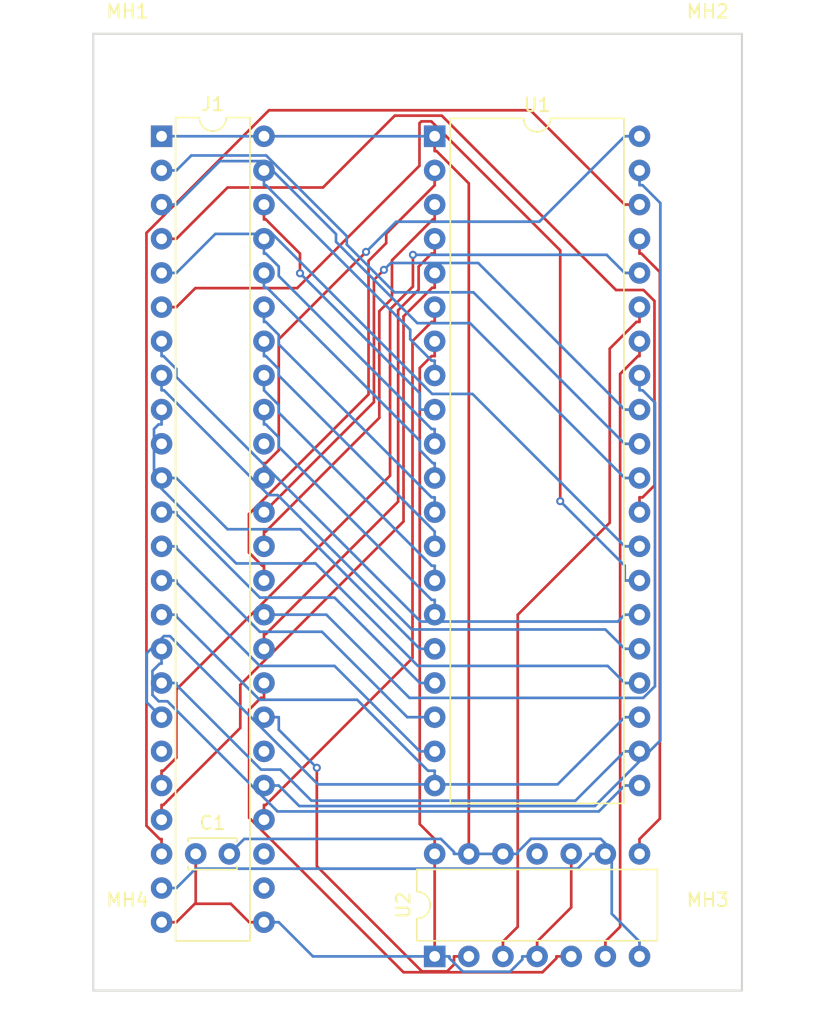
<source format=kicad_pcb>
(kicad_pcb (version 20211014) (generator pcbnew)
  (layers (0 "F.Cu" signal) (31 "B.Cu" signal) (34 "B.Paste" user) (35 "F.Paste" user) (36 "B.SilkS" user "B.Silkscreen") (37 "F.SilkS" user "F.Silkscreen") (38 "B.Mask" user) (39 "F.Mask" user) (44 "Edge.Cuts" user))
  (net 0 "")
  (net 1 "VCC")
  (net 2 "GND")
  (net 3 "/P53")
  (net 4 "Net-(J1-Pad30)")
  (net 5 "/P26")
  (net 6 "Net-(J1-Pad27)")
  (net 7 "/P27")
  (net 8 "/P47")
  (net 9 "/P46")
  (net 10 "Net-(J1-Pad26)")
  (net 11 "Net-(J1-Pad19)")
  (net 12 "/P25")
  (net 13 "/P24")
  (net 14 "/P23")
  (net 15 "/P22")
  (net 16 "/P21")
  (net 17 "/P20")
  (net 18 "/P34")
  (net 19 "Net-(J1-Pad10)")
  (net 20 "/P35")
  (net 21 "/P17")
  (net 22 "/P36")
  (net 23 "/P16")
  (net 24 "Net-(J1-Pad39)")
  (net 25 "/P15")
  (net 26 "/P40")
  (net 27 "/P14")
  (net 28 "/P41")
  (net 29 "/P13")
  (net 30 "/P42")
  (net 31 "/P12")
  (net 32 "/P11")
  (net 33 "/P44")
  (net 34 "/P10")
  (net 35 "/P45")
  (net 36 "Net-(U2-Pad11)")
  (net 37 "/P33")
  (net 38 "/P32")
  (net 39 "/P31")
  (net 40 "/P30")
  (net 41 "/P51")
  (net 42 "/P55")
  (net 43 "/P43")
  (net 44 "/P37")
  (net 45 "/P52")
  (net 46 "/P54")
  (net 47 "/P50")
  (net 48 "Net-(U1-Pad34)")
  (net 49 "Net-(U1-Pad35)")
  (net 50 "Net-(U1-Pad37)")
  (footprint "MountingHole:MountingHole_3.2mm_M3" (layer "F.Cu") (at 101 70)
    (fp_text reference "MH1" (at 0 -4.2) (layer "F.SilkS"))
    (fp_text value "MountingHole_3.2mm_M3")
    (pad "" np_thru_hole circle locked (at 0 0) (size 3.2 3.2) (drill 3.2) (layers *.Cu *.Mask))
  )
  (footprint "MountingHole:MountingHole_3.2mm_M3" (layer "F.Cu") (at 144.18 70)
    (fp_text reference "MH2" (at 0 -4.2) (layer "F.SilkS"))
    (fp_text value "MountingHole_3.2mm_M3")
    (pad "" np_thru_hole circle locked (at 0 0) (size 3.2 3.2) (drill 3.2) (layers *.Cu *.Mask))
  )
  (footprint "MountingHole:MountingHole_3.2mm_M3" (layer "F.Cu") (at 144.18 136.04)
    (fp_text reference "MH3" (at 0 -4.2) (layer "F.SilkS"))
    (fp_text value "MountingHole_3.2mm_M3")
    (pad "" np_thru_hole circle locked (at 0 0) (size 3.2 3.2) (drill 3.2) (layers *.Cu *.Mask))
  )
  (footprint "MountingHole:MountingHole_3.2mm_M3" (layer "F.Cu") (at 101 136.04)
    (fp_text reference "MH4" (at 0 -4.2) (layer "F.SilkS"))
    (fp_text value "MountingHole_3.2mm_M3")
    (pad "" np_thru_hole circle locked (at 0 0) (size 3.2 3.2) (drill 3.2) (layers *.Cu *.Mask))
  )
  (footprint "Package_DIP:DIP-14_W7.62mm" (layer "F.Cu") (at 123.86 136.04 90)
    (fp_text reference "U2" (at 3.81 -2.33 90) (layer "F.SilkS"))
    (fp_text value "74HCT126")
    (fp_line (start 2.81 -1.33) (end 1.16 -1.33) (layer "F.SilkS") (width 0.12))
    (fp_line (start 6.46 16.57) (end 6.46 -1.33) (layer "F.SilkS") (width 0.12))
    (fp_line (start 6.46 -1.33) (end 4.81 -1.33) (layer "F.SilkS") (width 0.12))
    (fp_line (start 1.16 -1.33) (end 1.16 16.57) (layer "F.SilkS") (width 0.12))
    (fp_line (start 1.16 16.57) (end 6.46 16.57) (layer "F.SilkS") (width 0.12))
    (fp_arc (start 4.81 -1.33) (mid 3.81 -0.33) (end 2.81 -1.33) (layer "F.SilkS") (width 0.12))
    (pad "1" thru_hole rect locked (at 0 0 90) (size 1.6 1.6) (drill 0.8) (layers *.Cu *.Mask) (net 1 "VCC"))
    (pad "2" thru_hole oval locked (at 0 2.54 90) (size 1.6 1.6) (drill 0.8) (layers *.Cu *.Mask) (net 8 "/P47"))
    (pad "3" thru_hole oval locked (at 0 5.08 90) (size 1.6 1.6) (drill 0.8) (layers *.Cu *.Mask) (net 49 "Net-(U1-Pad35)"))
    (pad "4" thru_hole oval locked (at 0 7.62 90) (size 1.6 1.6) (drill 0.8) (layers *.Cu *.Mask) (net 1 "VCC"))
    (pad "5" thru_hole oval locked (at 0 10.16 90) (size 1.6 1.6) (drill 0.8) (layers *.Cu *.Mask) (net 9 "/P46"))
    (pad "6" thru_hole oval locked (at 0 12.7 90) (size 1.6 1.6) (drill 0.8) (layers *.Cu *.Mask) (net 48 "Net-(U1-Pad34)"))
    (pad "7" thru_hole oval locked (at 0 15.24 90) (size 1.6 1.6) (drill 0.8) (layers *.Cu *.Mask) (net 2 "GND"))
    (pad "8" thru_hole oval locked (at 7.62 15.24 90) (size 1.6 1.6) (drill 0.8) (layers *.Cu *.Mask) (net 50 "Net-(U1-Pad37)"))
    (pad "9" thru_hole oval locked (at 7.62 12.7 90) (size 1.6 1.6) (drill 0.8) (layers *.Cu *.Mask) (net 3 "/P53"))
    (pad "10" thru_hole oval locked (at 7.62 10.16 90) (size 1.6 1.6) (drill 0.8) (layers *.Cu *.Mask) (net 1 "VCC"))
    (pad "11" thru_hole oval locked (at 7.62 7.62 90) (size 1.6 1.6) (drill 0.8) (layers *.Cu *.Mask) (net 36 "Net-(U2-Pad11)"))
    (pad "12" thru_hole oval locked (at 7.62 5.08 90) (size 1.6 1.6) (drill 0.8) (layers *.Cu *.Mask) (net 2 "GND"))
    (pad "13" thru_hole oval locked (at 7.62 2.54 90) (size 1.6 1.6) (drill 0.8) (layers *.Cu *.Mask) (net 2 "GND"))
    (pad "14" thru_hole oval locked (at 7.62 0 90) (size 1.6 1.6) (drill 0.8) (layers *.Cu *.Mask) (net 1 "VCC"))
  )
  (footprint "Capacitor_THT:C_Disc_D3.4mm_W2.1mm_P2.50mm" (layer "F.Cu") (at 106.08 128.42)
    (fp_text reference "C1" (at 1.25 -2.3) (layer "F.SilkS"))
    (fp_text value "0.1u")
    (fp_line (start 3.07 0.925) (end 3.07 1.17) (layer "F.SilkS") (width 0.12))
    (fp_line (start -0.57 0.925) (end -0.57 1.17) (layer "F.SilkS") (width 0.12))
    (fp_line (start -0.57 1.17) (end 3.07 1.17) (layer "F.SilkS") (width 0.12))
    (fp_line (start -0.57 -1.17) (end 3.07 -1.17) (layer "F.SilkS") (width 0.12))
    (fp_line (start 3.07 -1.17) (end 3.07 -0.925) (layer "F.SilkS") (width 0.12))
    (fp_line (start -0.57 -1.17) (end -0.57 -0.925) (layer "F.SilkS") (width 0.12))
    (pad "1" thru_hole circle locked (at 0 0) (size 1.6 1.6) (drill 0.8) (layers *.Cu *.Mask) (net 1 "VCC"))
    (pad "2" thru_hole circle locked (at 2.5 0) (size 1.6 1.6) (drill 0.8) (layers *.Cu *.Mask) (net 2 "GND"))
  )
  (footprint "0-LocalLibrary:DIP-48_W7.62mm" (layer "F.Cu") (at 103.54 75.08)
    (fp_text reference "J1" (at 3.81 -2.39) (layer "F.SilkS"))
    (fp_text value "BionicConnector")
    (fp_line (start 6.58 39.49) (end 6.58 -1.39) (layer "F.SilkS") (width 0.12))
    (fp_line (start 1.04 59.81) (end 6.58 59.81) (layer "F.SilkS") (width 0.12))
    (fp_line (start 6.58 -1.39) (end 4.81 -1.39) (layer "F.SilkS") (width 0.12))
    (fp_line (start 6.58 59.81) (end 6.58 18.93) (layer "F.SilkS") (width 0.12))
    (fp_line (start 1.04 -1.39) (end 1.04 39.49) (layer "F.SilkS") (width 0.12))
    (fp_line (start 1.04 18.93) (end 1.04 59.81) (layer "F.SilkS") (width 0.12))
    (fp_line (start 2.81 -1.39) (end 1.04 -1.39) (layer "F.SilkS") (width 0.12))
    (fp_arc (start 4.81 -1.39) (mid 3.81 -0.39) (end 2.81 -1.39) (layer "F.SilkS") (width 0.12))
    (pad "1" thru_hole rect locked (at 0 0) (size 1.6 1.6) (drill 0.8) (layers *.Cu *.Mask) (net 2 "GND"))
    (pad "2" thru_hole oval locked (at 0 2.54) (size 1.6 1.6) (drill 0.8) (layers *.Cu *.Mask) (net 34 "/P10"))
    (pad "3" thru_hole oval locked (at 0 5.08) (size 1.6 1.6) (drill 0.8) (layers *.Cu *.Mask) (net 32 "/P11"))
    (pad "4" thru_hole oval locked (at 0 7.62) (size 1.6 1.6) (drill 0.8) (layers *.Cu *.Mask) (net 31 "/P12"))
    (pad "5" thru_hole oval locked (at 0 10.16) (size 1.6 1.6) (drill 0.8) (layers *.Cu *.Mask) (net 29 "/P13"))
    (pad "6" thru_hole oval locked (at 0 12.7) (size 1.6 1.6) (drill 0.8) (layers *.Cu *.Mask) (net 27 "/P14"))
    (pad "7" thru_hole oval locked (at 0 15.24) (size 1.6 1.6) (drill 0.8) (layers *.Cu *.Mask) (net 25 "/P15"))
    (pad "8" thru_hole oval locked (at 0 17.78) (size 1.6 1.6) (drill 0.8) (layers *.Cu *.Mask) (net 23 "/P16"))
    (pad "9" thru_hole oval locked (at 0 20.32) (size 1.6 1.6) (drill 0.8) (layers *.Cu *.Mask) (net 21 "/P17"))
    (pad "10" thru_hole oval locked (at 0 22.86) (size 1.6 1.6) (drill 0.8) (layers *.Cu *.Mask) (net 19 "Net-(J1-Pad10)"))
    (pad "11" thru_hole oval locked (at 0 25.4) (size 1.6 1.6) (drill 0.8) (layers *.Cu *.Mask) (net 40 "/P30"))
    (pad "12" thru_hole oval locked (at 0 27.94) (size 1.6 1.6) (drill 0.8) (layers *.Cu *.Mask) (net 39 "/P31"))
    (pad "13" thru_hole oval locked (at 0 30.48) (size 1.6 1.6) (drill 0.8) (layers *.Cu *.Mask) (net 38 "/P32"))
    (pad "14" thru_hole oval locked (at 0 33.02) (size 1.6 1.6) (drill 0.8) (layers *.Cu *.Mask) (net 37 "/P33"))
    (pad "15" thru_hole oval locked (at 0 35.56) (size 1.6 1.6) (drill 0.8) (layers *.Cu *.Mask) (net 18 "/P34"))
    (pad "16" thru_hole oval locked (at 0 38.1) (size 1.6 1.6) (drill 0.8) (layers *.Cu *.Mask) (net 20 "/P35"))
    (pad "17" thru_hole oval locked (at 0 40.64) (size 1.6 1.6) (drill 0.8) (layers *.Cu *.Mask) (net 22 "/P36"))
    (pad "18" thru_hole oval locked (at 0 43.18) (size 1.6 1.6) (drill 0.8) (layers *.Cu *.Mask) (net 44 "/P37"))
    (pad "19" thru_hole oval locked (at 0 45.72) (size 1.6 1.6) (drill 0.8) (layers *.Cu *.Mask) (net 11 "Net-(J1-Pad19)"))
    (pad "20" thru_hole oval locked (at 0 48.26) (size 1.6 1.6) (drill 0.8) (layers *.Cu *.Mask) (net 47 "/P50"))
    (pad "21" thru_hole oval locked (at 0 50.8) (size 1.6 1.6) (drill 0.8) (layers *.Cu *.Mask) (net 41 "/P51"))
    (pad "22" thru_hole oval locked (at 0 53.34) (size 1.6 1.6) (drill 0.8) (layers *.Cu *.Mask) (net 45 "/P52"))
    (pad "23" thru_hole oval locked (at 0 55.88) (size 1.6 1.6) (drill 0.8) (layers *.Cu *.Mask) (net 3 "/P53"))
    (pad "24" thru_hole oval locked (at 0 58.42) (size 1.6 1.6) (drill 0.8) (layers *.Cu *.Mask) (net 1 "VCC"))
    (pad "25" thru_hole oval locked (at 7.62 58.42) (size 1.6 1.6) (drill 0.8) (layers *.Cu *.Mask) (net 1 "VCC"))
    (pad "26" thru_hole oval locked (at 7.62 55.88) (size 1.6 1.6) (drill 0.8) (layers *.Cu *.Mask) (net 10 "Net-(J1-Pad26)"))
    (pad "27" thru_hole oval locked (at 7.62 53.34) (size 1.6 1.6) (drill 0.8) (layers *.Cu *.Mask) (net 6 "Net-(J1-Pad27)"))
    (pad "28" thru_hole oval locked (at 7.62 50.8) (size 1.6 1.6) (drill 0.8) (layers *.Cu *.Mask) (net 42 "/P55"))
    (pad "29" thru_hole oval locked (at 7.62 48.26) (size 1.6 1.6) (drill 0.8) (layers *.Cu *.Mask) (net 46 "/P54"))
    (pad "30" thru_hole oval locked (at 7.62 45.72) (size 1.6 1.6) (drill 0.8) (layers *.Cu *.Mask) (net 4 "Net-(J1-Pad30)"))
    (pad "31" thru_hole oval locked (at 7.62 43.18) (size 1.6 1.6) (drill 0.8) (layers *.Cu *.Mask) (net 8 "/P47"))
    (pad "32" thru_hole oval locked (at 7.62 40.64) (size 1.6 1.6) (drill 0.8) (layers *.Cu *.Mask) (net 9 "/P46"))
    (pad "33" thru_hole oval locked (at 7.62 38.1) (size 1.6 1.6) (drill 0.8) (layers *.Cu *.Mask) (net 35 "/P45"))
    (pad "34" thru_hole oval locked (at 7.62 35.56) (size 1.6 1.6) (drill 0.8) (layers *.Cu *.Mask) (net 33 "/P44"))
    (pad "35" thru_hole oval locked (at 7.62 33.02) (size 1.6 1.6) (drill 0.8) (layers *.Cu *.Mask) (net 43 "/P43"))
    (pad "36" thru_hole oval locked (at 7.62 30.48) (size 1.6 1.6) (drill 0.8) (layers *.Cu *.Mask) (net 30 "/P42"))
    (pad "37" thru_hole oval locked (at 7.62 27.94) (size 1.6 1.6) (drill 0.8) (layers *.Cu *.Mask) (net 28 "/P41"))
    (pad "38" thru_hole oval locked (at 7.62 25.4) (size 1.6 1.6) (drill 0.8) (layers *.Cu *.Mask) (net 26 "/P40"))
    (pad "39" thru_hole oval locked (at 7.62 22.86) (size 1.6 1.6) (drill 0.8) (layers *.Cu *.Mask) (net 24 "Net-(J1-Pad39)"))
    (pad "40" thru_hole oval locked (at 7.62 20.32) (size 1.6 1.6) (drill 0.8) (layers *.Cu *.Mask) (net 7 "/P27"))
    (pad "41" thru_hole oval locked (at 7.62 17.78) (size 1.6 1.6) (drill 0.8) (layers *.Cu *.Mask) (net 5 "/P26"))
    (pad "42" thru_hole oval locked (at 7.62 15.24) (size 1.6 1.6) (drill 0.8) (layers *.Cu *.Mask) (net 12 "/P25"))
    (pad "43" thru_hole oval locked (at 7.62 12.7) (size 1.6 1.6) (drill 0.8) (layers *.Cu *.Mask) (net 13 "/P24"))
    (pad "44" thru_hole oval locked (at 7.62 10.16) (size 1.6 1.6) (drill 0.8) (layers *.Cu *.Mask) (net 14 "/P23"))
    (pad "45" thru_hole oval locked (at 7.62 7.62) (size 1.6 1.6) (drill 0.8) (layers *.Cu *.Mask) (net 15 "/P22"))
    (pad "46" thru_hole oval locked (at 7.62 5.08) (size 1.6 1.6) (drill 0.8) (layers *.Cu *.Mask) (net 16 "/P21"))
    (pad "47" thru_hole oval locked (at 7.62 2.54) (size 1.6 1.6) (drill 0.8) (layers *.Cu *.Mask) (net 17 "/P20"))
    (pad "48" thru_hole oval locked (at 7.62 0) (size 1.6 1.6) (drill 0.8) (layers *.Cu *.Mask) (net 2 "GND"))
  )
  (footprint "Package_DIP:DIP-40_W15.24mm" (layer "F.Cu") (at 123.86 75.08)
    (fp_text reference "U1" (at 7.62 -2.33) (layer "F.SilkS"))
    (fp_text value "MC6809EP")
    (fp_line (start 14.08 -1.33) (end 8.62 -1.33) (layer "F.SilkS") (width 0.12))
    (fp_line (start 1.16 -1.33) (end 1.16 49.59) (layer "F.SilkS") (width 0.12))
    (fp_line (start 1.16 49.59) (end 14.08 49.59) (layer "F.SilkS") (width 0.12))
    (fp_line (start 6.62 -1.33) (end 1.16 -1.33) (layer "F.SilkS") (width 0.12))
    (fp_line (start 14.08 49.59) (end 14.08 -1.33) (layer "F.SilkS") (width 0.12))
    (fp_arc (start 8.62 -1.33) (mid 7.62 -0.33) (end 6.62 -1.33) (layer "F.SilkS") (width 0.12))
    (pad "1" thru_hole rect locked (at 0 0) (size 1.6 1.6) (drill 0.8) (layers *.Cu *.Mask) (net 2 "GND"))
    (pad "2" thru_hole oval locked (at 0 2.54) (size 1.6 1.6) (drill 0.8) (layers *.Cu *.Mask) (net 43 "/P43"))
    (pad "3" thru_hole oval locked (at 0 5.08) (size 1.6 1.6) (drill 0.8) (layers *.Cu *.Mask) (net 30 "/P42"))
    (pad "4" thru_hole oval locked (at 0 7.62) (size 1.6 1.6) (drill 0.8) (layers *.Cu *.Mask) (net 35 "/P45"))
    (pad "5" thru_hole oval locked (at 0 10.16) (size 1.6 1.6) (drill 0.8) (layers *.Cu *.Mask) (net 41 "/P51"))
    (pad "6" thru_hole oval locked (at 0 12.7) (size 1.6 1.6) (drill 0.8) (layers *.Cu *.Mask) (net 42 "/P55"))
    (pad "7" thru_hole oval locked (at 0 15.24) (size 1.6 1.6) (drill 0.8) (layers *.Cu *.Mask) (net 1 "VCC"))
    (pad "8" thru_hole oval locked (at 0 17.78) (size 1.6 1.6) (drill 0.8) (layers *.Cu *.Mask) (net 17 "/P20"))
    (pad "9" thru_hole oval locked (at 0 20.32) (size 1.6 1.6) (drill 0.8) (layers *.Cu *.Mask) (net 16 "/P21"))
    (pad "10" thru_hole oval locked (at 0 22.86) (size 1.6 1.6) (drill 0.8) (layers *.Cu *.Mask) (net 15 "/P22"))
    (pad "11" thru_hole oval locked (at 0 25.4) (size 1.6 1.6) (drill 0.8) (layers *.Cu *.Mask) (net 14 "/P23"))
    (pad "12" thru_hole oval locked (at 0 27.94) (size 1.6 1.6) (drill 0.8) (layers *.Cu *.Mask) (net 13 "/P24"))
    (pad "13" thru_hole oval locked (at 0 30.48) (size 1.6 1.6) (drill 0.8) (layers *.Cu *.Mask) (net 12 "/P25"))
    (pad "14" thru_hole oval locked (at 0 33.02) (size 1.6 1.6) (drill 0.8) (layers *.Cu *.Mask) (net 5 "/P26"))
    (pad "15" thru_hole oval locked (at 0 35.56) (size 1.6 1.6) (drill 0.8) (layers *.Cu *.Mask) (net 7 "/P27"))
    (pad "16" thru_hole oval locked (at 0 38.1) (size 1.6 1.6) (drill 0.8) (layers *.Cu *.Mask) (net 40 "/P30"))
    (pad "17" thru_hole oval locked (at 0 40.64) (size 1.6 1.6) (drill 0.8) (layers *.Cu *.Mask) (net 39 "/P31"))
    (pad "18" thru_hole oval locked (at 0 43.18) (size 1.6 1.6) (drill 0.8) (layers *.Cu *.Mask) (net 38 "/P32"))
    (pad "19" thru_hole oval locked (at 0 45.72) (size 1.6 1.6) (drill 0.8) (layers *.Cu *.Mask) (net 37 "/P33"))
    (pad "20" thru_hole oval locked (at 0 48.26) (size 1.6 1.6) (drill 0.8) (layers *.Cu *.Mask) (net 18 "/P34"))
    (pad "21" thru_hole oval locked (at 15.24 48.26) (size 1.6 1.6) (drill 0.8) (layers *.Cu *.Mask) (net 20 "/P35"))
    (pad "22" thru_hole oval locked (at 15.24 45.72) (size 1.6 1.6) (drill 0.8) (layers *.Cu *.Mask) (net 22 "/P36"))
    (pad "23" thru_hole oval locked (at 15.24 43.18) (size 1.6 1.6) (drill 0.8) (layers *.Cu *.Mask) (net 44 "/P37"))
    (pad "24" thru_hole oval locked (at 15.24 40.64) (size 1.6 1.6) (drill 0.8) (layers *.Cu *.Mask) (net 21 "/P17"))
    (pad "25" thru_hole oval locked (at 15.24 38.1) (size 1.6 1.6) (drill 0.8) (layers *.Cu *.Mask) (net 23 "/P16"))
    (pad "26" thru_hole oval locked (at 15.24 35.56) (size 1.6 1.6) (drill 0.8) (layers *.Cu *.Mask) (net 25 "/P15"))
    (pad "27" thru_hole oval locked (at 15.24 33.02) (size 1.6 1.6) (drill 0.8) (layers *.Cu *.Mask) (net 27 "/P14"))
    (pad "28" thru_hole oval locked (at 15.24 30.48) (size 1.6 1.6) (drill 0.8) (layers *.Cu *.Mask) (net 29 "/P13"))
    (pad "29" thru_hole oval locked (at 15.24 27.94) (size 1.6 1.6) (drill 0.8) (layers *.Cu *.Mask) (net 31 "/P12"))
    (pad "30" thru_hole oval locked (at 15.24 25.4) (size 1.6 1.6) (drill 0.8) (layers *.Cu *.Mask) (net 32 "/P11"))
    (pad "31" thru_hole oval locked (at 15.24 22.86) (size 1.6 1.6) (drill 0.8) (layers *.Cu *.Mask) (net 34 "/P10"))
    (pad "32" thru_hole oval locked (at 15.24 20.32) (size 1.6 1.6) (drill 0.8) (layers *.Cu *.Mask) (net 28 "/P41"))
    (pad "33" thru_hole oval locked (at 15.24 17.78) (size 1.6 1.6) (drill 0.8) (layers *.Cu *.Mask) (net 33 "/P44"))
    (pad "34" thru_hole oval locked (at 15.24 15.24) (size 1.6 1.6) (drill 0.8) (layers *.Cu *.Mask) (net 48 "Net-(U1-Pad34)"))
    (pad "35" thru_hole oval locked (at 15.24 12.7) (size 1.6 1.6) (drill 0.8) (layers *.Cu *.Mask) (net 49 "Net-(U1-Pad35)"))
    (pad "36" thru_hole oval locked (at 15.24 10.16) (size 1.6 1.6) (drill 0.8) (layers *.Cu *.Mask) (net 47 "/P50"))
    (pad "37" thru_hole oval locked (at 15.24 7.62) (size 1.6 1.6) (drill 0.8) (layers *.Cu *.Mask) (net 50 "Net-(U1-Pad37)"))
    (pad "38" thru_hole oval locked (at 15.24 5.08) (size 1.6 1.6) (drill 0.8) (layers *.Cu *.Mask) (net 45 "/P52"))
    (pad "39" thru_hole oval locked (at 15.24 2.54) (size 1.6 1.6) (drill 0.8) (layers *.Cu *.Mask) (net 46 "/P54"))
    (pad "40" thru_hole oval locked (at 15.24 0) (size 1.6 1.6) (drill 0.8) (layers *.Cu *.Mask) (net 26 "/P40"))
  )
  (gr_line (start 98.46 138.58) (end 98.46 67.46) (layer "Edge.Cuts") (width 0.15))
  (gr_line (start 146.72 138.58) (end 98.46 138.58) (layer "Edge.Cuts") (width 0.15))
  (gr_line (start 98.46 67.46) (end 146.72 67.46) (layer "Edge.Cuts") (width 0.15))
  (gr_line (start 146.72 67.46) (end 146.72 138.58) (layer "Edge.Cuts") (width 0.15))
  (segment (start 122.7492 126.2089) (end 122.7492 92.3031) (width 0.2) (layer "F.Cu") (net 1))
  (segment (start 106.08 132.1299) (end 106.0104 132.1299) (width 0.2) (layer "F.Cu") (net 1))
  (segment (start 111.16 133.5) (end 110.0597 133.5) (width 0.2) (layer "F.Cu") (net 1))
  (segment (start 123.86 90.32) (end 123.86 91.4203) (width 0.2) (layer "F.Cu") (net 1))
  (segment (start 103.54 133.5) (end 104.6403 133.5) (width 0.2) (layer "F.Cu") (net 1))
  (segment (start 123.632 91.4203) (end 123.86 91.4203) (width 0.2) (layer "F.Cu") (net 1))
  (segment (start 123.86 127.3197) (end 122.7492 126.2089) (width 0.2) (layer "F.Cu") (net 1))
  (segment (start 122.7492 92.3031) (end 123.632 91.4203) (width 0.2) (layer "F.Cu") (net 1))
  (segment (start 106.0104 132.1299) (end 104.6403 133.5) (width 0.2) (layer "F.Cu") (net 1))
  (segment (start 123.86 136.04) (end 123.86 128.42) (width 0.2) (layer "F.Cu") (net 1))
  (segment (start 110.0597 133.5) (end 108.6896 132.1299) (width 0.2) (layer "F.Cu") (net 1))
  (segment (start 123.86 128.42) (end 123.86 127.3197) (width 0.2) (layer "F.Cu") (net 1))
  (segment (start 131.48 134.9397) (end 134.02 132.3997) (width 0.2) (layer "F.Cu") (net 1))
  (segment (start 134.02 132.3997) (end 134.02 128.42) (width 0.2) (layer "F.Cu") (net 1))
  (segment (start 108.6896 132.1299) (end 106.08 132.1299) (width 0.2) (layer "F.Cu") (net 1))
  (segment (start 106.08 132.1299) (end 106.08 128.42) (width 0.2) (layer "F.Cu") (net 1))
  (segment (start 131.48 136.04) (end 131.48 134.9397) (width 0.2) (layer "F.Cu") (net 1))
  (segment (start 124.9603 136.1775) (end 125.9614 137.1786) (width 0.2) (layer "B.Cu") (net 1))
  (segment (start 131.48 136.04) (end 130.3797 136.04) (width 0.2) (layer "B.Cu") (net 1))
  (segment (start 112.2603 133.5) (end 114.8003 136.04) (width 0.2) (layer "B.Cu") (net 1))
  (segment (start 114.8003 136.04) (end 123.86 136.04) (width 0.2) (layer "B.Cu") (net 1))
  (segment (start 125.9614 137.1786) (end 129.4691 137.1786) (width 0.2) (layer "B.Cu") (net 1))
  (segment (start 130.3797 136.268) (end 130.3797 136.04) (width 0.2) (layer "B.Cu") (net 1))
  (segment (start 111.16 133.5) (end 112.2603 133.5) (width 0.2) (layer "B.Cu") (net 1))
  (segment (start 123.86 136.04) (end 124.9603 136.04) (width 0.2) (layer "B.Cu") (net 1))
  (segment (start 129.4691 137.1786) (end 130.3797 136.268) (width 0.2) (layer "B.Cu") (net 1))
  (segment (start 124.9603 136.04) (end 124.9603 136.1775) (width 0.2) (layer "B.Cu") (net 1))
  (segment (start 123.86 76.1803) (end 123.9975 76.1803) (width 0.2) (layer "F.Cu") (net 2))
  (segment (start 126.4 78.5828) (end 126.4 128.42) (width 0.2) (layer "F.Cu") (net 2))
  (segment (start 123.9975 76.1803) (end 126.4 78.5828) (width 0.2) (layer "F.Cu") (net 2))
  (segment (start 123.86 75.08) (end 123.86 76.1803) (width 0.2) (layer "F.Cu") (net 2))
  (segment (start 130.0403 128.42) (end 130.0403 128.2825) (width 0.2) (layer "B.Cu") (net 2))
  (segment (start 125.2997 128.2825) (end 124.3259 127.3087) (width 0.2) (layer "B.Cu") (net 2))
  (segment (start 130.0403 128.2825) (end 131.0249 127.2979) (width 0.2) (layer "B.Cu") (net 2))
  (segment (start 137.0341 128.1214) (end 137.0341 132.8738) (width 0.2) (layer "B.Cu") (net 2))
  (segment (start 139.1 136.04) (end 139.1 134.9397) (width 0.2) (layer "B.Cu") (net 2))
  (segment (start 111.16 75.08) (end 104.6403 75.08) (width 0.2) (layer "B.Cu") (net 2))
  (segment (start 109.6913 127.3087) (end 108.58 128.42) (width 0.2) (layer "B.Cu") (net 2))
  (segment (start 131.0249 127.2979) (end 136.2106 127.2979) (width 0.2) (layer "B.Cu") (net 2))
  (segment (start 125.2997 128.42) (end 125.2997 128.2825) (width 0.2) (layer "B.Cu") (net 2))
  (segment (start 126.4 128.42) (end 128.94 128.42) (width 0.2) (layer "B.Cu") (net 2))
  (segment (start 126.4 128.42) (end 125.2997 128.42) (width 0.2) (layer "B.Cu") (net 2))
  (segment (start 128.94 128.42) (end 130.0403 128.42) (width 0.2) (layer "B.Cu") (net 2))
  (segment (start 103.54 75.08) (end 104.6403 75.08) (width 0.2) (layer "B.Cu") (net 2))
  (segment (start 123.86 75.08) (end 111.16 75.08) (width 0.2) (layer "B.Cu") (net 2))
  (segment (start 136.2106 127.2979) (end 137.0341 128.1214) (width 0.2) (layer "B.Cu") (net 2))
  (segment (start 137.0341 132.8738) (end 139.1 134.9397) (width 0.2) (layer "B.Cu") (net 2))
  (segment (start 124.3259 127.3087) (end 109.6913 127.3087) (width 0.2) (layer "B.Cu") (net 2))
  (segment (start 103.54 130.96) (end 104.6403 130.96) (width 0.2) (layer "B.Cu") (net 3))
  (segment (start 134.4971 129.5203) (end 106.08 129.5203) (width 0.2) (layer "B.Cu") (net 3))
  (segment (start 135.4597 128.42) (end 135.4597 128.5577) (width 0.2) (layer "B.Cu") (net 3))
  (segment (start 106.08 129.5203) (end 104.6403 130.96) (width 0.2) (layer "B.Cu") (net 3))
  (segment (start 135.4597 128.5577) (end 134.4971 129.5203) (width 0.2) (layer "B.Cu") (net 3))
  (segment (start 136.56 128.42) (end 135.4597 128.42) (width 0.2) (layer "B.Cu") (net 3))
  (segment (start 123.86 108.1) (end 123.86 106.9997) (width 0.2) (layer "B.Cu") (net 5))
  (segment (start 112.2603 95.628) (end 123.632 106.9997) (width 0.2) (layer "B.Cu") (net 5))
  (segment (start 123.632 106.9997) (end 123.86 106.9997) (width 0.2) (layer "B.Cu") (net 5))
  (segment (start 112.2603 95.0606) (end 112.2603 95.628) (width 0.2) (layer "B.Cu") (net 5))
  (segment (start 111.16 93.9603) (end 112.2603 95.0606) (width 0.2) (layer "B.Cu") (net 5))
  (segment (start 111.16 92.86) (end 111.16 93.9603) (width 0.2) (layer "B.Cu") (net 5))
  (segment (start 112.2603 97.4629) (end 112.2603 98.168) (width 0.2) (layer "B.Cu") (net 7))
  (segment (start 123.632 109.5397) (end 123.86 109.5397) (width 0.2) (layer "B.Cu") (net 7))
  (segment (start 111.16 95.4) (end 111.16 96.5003) (width 0.2) (layer "B.Cu") (net 7))
  (segment (start 111.2977 96.5003) (end 112.2603 97.4629) (width 0.2) (layer "B.Cu") (net 7))
  (segment (start 123.86 110.64) (end 123.86 109.5397) (width 0.2) (layer "B.Cu") (net 7))
  (segment (start 111.16 96.5003) (end 111.2977 96.5003) (width 0.2) (layer "B.Cu") (net 7))
  (segment (start 112.2603 98.168) (end 123.632 109.5397) (width 0.2) (layer "B.Cu") (net 7))
  (segment (start 125.2997 136.6417) (end 124.7882 137.1532) (width 0.2) (layer "F.Cu") (net 8))
  (segment (start 115.091 129.3345) (end 115.091 122.021) (width 0.2) (layer "F.Cu") (net 8))
  (segment (start 125.2997 136.04) (end 125.2997 136.6417) (width 0.2) (layer "F.Cu") (net 8))
  (segment (start 126.4 136.04) (end 125.2997 136.04) (width 0.2) (layer "F.Cu") (net 8))
  (segment (start 124.7882 137.1532) (end 122.9097 137.1532) (width 0.2) (layer "F.Cu") (net 8))
  (segment (start 122.9097 137.1532) (end 115.091 129.3345) (width 0.2) (layer "F.Cu") (net 8))
  (via (at 115.091 122.021) (size 0.6) (drill 0.3) (layers "F.Cu" "B.Cu") (net 8))
  (segment (start 112.2603 119.1903) (end 112.2603 118.26) (width 0.2) (layer "B.Cu") (net 8))
  (segment (start 111.16 118.26) (end 112.2603 118.26) (width 0.2) (layer "B.Cu") (net 8))
  (segment (start 115.091 122.021) (end 112.2603 119.1903) (width 0.2) (layer "B.Cu") (net 8))
  (segment (start 134.02 136.04) (end 132.9197 136.04) (width 0.2) (layer "F.Cu") (net 9))
  (segment (start 111.16 115.72) (end 111.16 116.8203) (width 0.2) (layer "F.Cu") (net 9))
  (segment (start 110.053 125.7314) (end 110.053 117.6993) (width 0.2) (layer "F.Cu") (net 9))
  (segment (start 132.9197 136.04) (end 132.9197 136.1775) (width 0.2) (layer "F.Cu") (net 9))
  (segment (start 110.053 117.6993) (end 110.932 116.8203) (width 0.2) (layer "F.Cu") (net 9))
  (segment (start 121.5412 137.2196) (end 110.053 125.7314) (width 0.2) (layer "F.Cu") (net 9))
  (segment (start 132.9197 136.1775) (end 131.8776 137.2196) (width 0.2) (layer "F.Cu") (net 9))
  (segment (start 110.932 116.8203) (end 111.16 116.8203) (width 0.2) (layer "F.Cu") (net 9))
  (segment (start 131.8776 137.2196) (end 121.5412 137.2196) (width 0.2) (layer "F.Cu") (net 9))
  (segment (start 111.16 91.4203) (end 111.2977 91.4203) (width 0.2) (layer "B.Cu") (net 12))
  (segment (start 112.2603 92.3829) (end 112.2603 92.86) (width 0.2) (layer "B.Cu") (net 12))
  (segment (start 111.16 90.32) (end 111.16 91.4203) (width 0.2) (layer "B.Cu") (net 12))
  (segment (start 123.86 105.56) (end 123.86 104.4597) (width 0.2) (layer "B.Cu") (net 12))
  (segment (start 111.2977 91.4203) (end 112.2603 92.3829) (width 0.2) (layer "B.Cu") (net 12))
  (segment (start 112.2603 92.86) (end 123.86 104.4597) (width 0.2) (layer "B.Cu") (net 12))
  (segment (start 111.16 88.8803) (end 111.2977 88.8803) (width 0.2) (layer "B.Cu") (net 13))
  (segment (start 111.16 87.78) (end 111.16 88.8803) (width 0.2) (layer "B.Cu") (net 13))
  (segment (start 112.2603 90.548) (end 123.632 101.9197) (width 0.2) (layer "B.Cu") (net 13))
  (segment (start 111.2977 88.8803) (end 112.2603 89.8429) (width 0.2) (layer "B.Cu") (net 13))
  (segment (start 123.632 101.9197) (end 123.86 101.9197) (width 0.2) (layer "B.Cu") (net 13))
  (segment (start 123.86 103.02) (end 123.86 101.9197) (width 0.2) (layer "B.Cu") (net 13))
  (segment (start 112.2603 89.8429) (end 112.2603 90.548) (width 0.2) (layer "B.Cu") (net 13))
  (segment (start 122.7597 98.4171) (end 122.7597 97.712) (width 0.2) (layer "B.Cu") (net 14))
  (segment (start 111.388 86.3403) (end 111.16 86.3403) (width 0.2) (layer "B.Cu") (net 14))
  (segment (start 111.16 85.24) (end 111.16 86.3403) (width 0.2) (layer "B.Cu") (net 14))
  (segment (start 123.7223 99.3797) (end 122.7597 98.4171) (width 0.2) (layer "B.Cu") (net 14))
  (segment (start 122.7597 97.712) (end 111.388 86.3403) (width 0.2) (layer "B.Cu") (net 14))
  (segment (start 123.86 100.48) (end 123.86 99.3797) (width 0.2) (layer "B.Cu") (net 14))
  (segment (start 123.86 99.3797) (end 123.7223 99.3797) (width 0.2) (layer "B.Cu") (net 14))
  (segment (start 123.86 97.94) (end 123.86 96.8397) (width 0.2) (layer "B.Cu") (net 15))
  (segment (start 111.16 82.7) (end 111.16 83.8003) (width 0.2) (layer "B.Cu") (net 15))
  (segment (start 112.2603 84.7629) (end 112.2603 85.468) (width 0.2) (layer "B.Cu") (net 15))
  (segment (start 123.632 96.8397) (end 123.86 96.8397) (width 0.2) (layer "B.Cu") (net 15))
  (segment (start 112.2603 85.468) (end 123.632 96.8397) (width 0.2) (layer "B.Cu") (net 15))
  (segment (start 111.16 83.8003) (end 111.2977 83.8003) (width 0.2) (layer "B.Cu") (net 15))
  (segment (start 111.2977 83.8003) (end 112.2603 84.7629) (width 0.2) (layer "B.Cu") (net 15))
  (segment (start 111.16 81.2603) (end 111.2975 81.2603) (width 0.2) (layer "F.Cu") (net 16))
  (segment (start 113.8386 83.8014) (end 113.8386 85.2609) (width 0.2) (layer "F.Cu") (net 16))
  (segment (start 111.16 80.16) (end 111.16 81.2603) (width 0.2) (layer "F.Cu") (net 16))
  (segment (start 111.2975 81.2603) (end 113.8386 83.8014) (width 0.2) (layer "F.Cu") (net 16))
  (via (at 113.8386 85.2609) (size 0.6) (drill 0.3) (layers "F.Cu" "B.Cu") (net 16))
  (segment (start 122.7597 94.182) (end 113.8386 85.2609) (width 0.2) (layer "B.Cu") (net 16))
  (segment (start 123.86 95.4) (end 122.7597 95.4) (width 0.2) (layer "B.Cu") (net 16))
  (segment (start 122.7597 95.4) (end 122.7597 94.182) (width 0.2) (layer "B.Cu") (net 16))
  (segment (start 122.0396 89.4624) (end 111.2975 78.7203) (width 0.2) (layer "B.Cu") (net 17))
  (segment (start 111.16 77.62) (end 111.16 78.7203) (width 0.2) (layer "B.Cu") (net 17))
  (segment (start 123.6323 91.7597) (end 122.0396 90.167) (width 0.2) (layer "B.Cu") (net 17))
  (segment (start 111.2975 78.7203) (end 111.16 78.7203) (width 0.2) (layer "B.Cu") (net 17))
  (segment (start 122.0396 90.167) (end 122.0396 89.4624) (width 0.2) (layer "B.Cu") (net 17))
  (segment (start 123.86 92.86) (end 123.86 91.7597) (width 0.2) (layer "B.Cu") (net 17))
  (segment (start 123.86 91.7597) (end 123.6323 91.7597) (width 0.2) (layer "B.Cu") (net 17))
  (segment (start 123.3677 122.2397) (end 123.86 122.2397) (width 0.2) (layer "B.Cu") (net 18))
  (segment (start 110.8285 116.9657) (end 118.0937 116.9657) (width 0.2) (layer "B.Cu") (net 18))
  (segment (start 118.0937 116.9657) (end 123.3677 122.2397) (width 0.2) (layer "B.Cu") (net 18))
  (segment (start 104.6403 110.7775) (end 110.8285 116.9657) (width 0.2) (layer "B.Cu") (net 18))
  (segment (start 123.86 123.34) (end 123.86 122.2397) (width 0.2) (layer "B.Cu") (net 18))
  (segment (start 104.6403 110.64) (end 104.6403 110.7775) (width 0.2) (layer "B.Cu") (net 18))
  (segment (start 103.54 110.64) (end 104.6403 110.64) (width 0.2) (layer "B.Cu") (net 18))
  (segment (start 103.4025 114.2803) (end 102.8629 114.8199) (width 0.2) (layer "B.Cu") (net 20))
  (segment (start 102.8629 114.8199) (end 102.8629 116.6097) (width 0.2) (layer "B.Cu") (net 20))
  (segment (start 103.3296 117.0764) (end 103.9777 117.0764) (width 0.2) (layer "B.Cu") (net 20))
  (segment (start 103.9777 117.0764) (end 112.1673 125.266) (width 0.2) (layer "B.Cu") (net 20))
  (segment (start 139.1 123.34) (end 137.9997 123.34) (width 0.2) (layer "B.Cu") (net 20))
  (segment (start 136.0737 125.266) (end 137.9997 123.34) (width 0.2) (layer "B.Cu") (net 20))
  (segment (start 103.54 113.18) (end 103.54 114.2803) (width 0.2) (layer "B.Cu") (net 20))
  (segment (start 102.8629 116.6097) (end 103.3296 117.0764) (width 0.2) (layer "B.Cu") (net 20))
  (segment (start 112.1673 125.266) (end 136.0737 125.266) (width 0.2) (layer "B.Cu") (net 20))
  (segment (start 103.54 114.2803) (end 103.4025 114.2803) (width 0.2) (layer "B.Cu") (net 20))
  (segment (start 109.0876 106.83) (end 114.9946 106.83) (width 0.2) (layer "B.Cu") (net 21))
  (segment (start 136.7297 114.45) (end 137.9997 115.72) (width 0.2) (layer "B.Cu") (net 21))
  (segment (start 139.1 115.72) (end 137.9997 115.72) (width 0.2) (layer "B.Cu") (net 21))
  (segment (start 102.9771 96.8351) (end 102.9771 100.7195) (width 0.2) (layer "B.Cu") (net 21))
  (segment (start 122.6146 114.45) (end 136.7297 114.45) (width 0.2) (layer "B.Cu") (net 21))
  (segment (start 114.9946 106.83) (end 122.6146 114.45) (width 0.2) (layer "B.Cu") (net 21))
  (segment (start 102.9771 100.7195) (end 109.0876 106.83) (width 0.2) (layer "B.Cu") (net 21))
  (segment (start 103.54 95.4) (end 103.54 96.5003) (width 0.2) (layer "B.Cu") (net 21))
  (segment (start 103.54 96.5003) (end 103.3119 96.5003) (width 0.2) (layer "B.Cu") (net 21))
  (segment (start 103.3119 96.5003) (end 102.9771 96.8351) (width 0.2) (layer "B.Cu") (net 21))
  (segment (start 134.3344 124.4653) (end 137.9997 120.8) (width 0.2) (layer "B.Cu") (net 22))
  (segment (start 110.9392 122.1564) (end 112.3784 122.1564) (width 0.2) (layer "B.Cu") (net 22))
  (segment (start 104.6403 115.8575) (end 110.9392 122.1564) (width 0.2) (layer "B.Cu") (net 22))
  (segment (start 104.6403 115.72) (end 104.6403 115.8575) (width 0.2) (layer "B.Cu") (net 22))
  (segment (start 103.54 115.72) (end 104.6403 115.72) (width 0.2) (layer "B.Cu") (net 22))
  (segment (start 112.3784 122.1564) (end 114.6873 124.4653) (width 0.2) (layer "B.Cu") (net 22))
  (segment (start 114.6873 124.4653) (end 134.3344 124.4653) (width 0.2) (layer "B.Cu") (net 22))
  (segment (start 139.1 120.8) (end 137.9997 120.8) (width 0.2) (layer "B.Cu") (net 22))
  (segment (start 136.5601 111.7404) (end 137.9997 113.18) (width 0.2) (layer "B.Cu") (net 23))
  (segment (start 139.1 113.18) (end 137.9997 113.18) (width 0.2) (layer "B.Cu") (net 23))
  (segment (start 111.5044 101.75) (end 112.1715 101.75) (width 0.2) (layer "B.Cu") (net 23))
  (segment (start 103.7147 93.9603) (end 111.5044 101.75) (width 0.2) (layer "B.Cu") (net 23))
  (segment (start 103.54 93.9603) (end 103.7147 93.9603) (width 0.2) (layer "B.Cu") (net 23))
  (segment (start 103.54 92.86) (end 103.54 93.9603) (width 0.2) (layer "B.Cu") (net 23))
  (segment (start 112.1715 101.75) (end 122.1619 111.7404) (width 0.2) (layer "B.Cu") (net 23))
  (segment (start 122.1619 111.7404) (end 136.5601 111.7404) (width 0.2) (layer "B.Cu") (net 23))
  (segment (start 104.6403 92.9764) (end 122.8163 111.1524) (width 0.2) (layer "B.Cu") (net 25))
  (segment (start 139.1 110.64) (end 137.9997 110.64) (width 0.2) (layer "B.Cu") (net 25))
  (segment (start 137.4873 111.1524) (end 137.9997 110.64) (width 0.2) (layer "B.Cu") (net 25))
  (segment (start 122.8163 111.1524) (end 137.4873 111.1524) (width 0.2) (layer "B.Cu") (net 25))
  (segment (start 103.54 90.32) (end 103.54 91.4203) (width 0.2) (layer "B.Cu") (net 25))
  (segment (start 103.54 91.4203) (end 103.6777 91.4203) (width 0.2) (layer "B.Cu") (net 25))
  (segment (start 104.6403 92.3829) (end 104.6403 92.9764) (width 0.2) (layer "B.Cu") (net 25))
  (segment (start 103.6777 91.4203) (end 104.6403 92.3829) (width 0.2) (layer "B.Cu") (net 25))
  (segment (start 111.16 100.48) (end 111.16 99.3797) (width 0.2) (layer "F.Cu") (net 26))
  (segment (start 112.2603 98.4171) (end 112.2603 90.1693) (width 0.2) (layer "F.Cu") (net 26))
  (segment (start 111.16 99.3797) (end 111.2977 99.3797) (width 0.2) (layer "F.Cu") (net 26))
  (segment (start 112.2603 90.1693) (end 118.7532 83.6764) (width 0.2) (layer "F.Cu") (net 26))
  (segment (start 111.2977 99.3797) (end 112.2603 98.4171) (width 0.2) (layer "F.Cu") (net 26))
  (via (at 118.7532 83.6764) (size 0.6) (drill 0.3) (layers "F.Cu" "B.Cu") (net 26))
  (segment (start 137.9997 75.08) (end 131.6497 81.43) (width 0.2) (layer "B.Cu") (net 26))
  (segment (start 139.1 75.08) (end 137.9997 75.08) (width 0.2) (layer "B.Cu") (net 26))
  (segment (start 131.6497 81.43) (end 120.9996 81.43) (width 0.2) (layer "B.Cu") (net 26))
  (segment (start 120.9996 81.43) (end 118.7532 83.6764) (width 0.2) (layer "B.Cu") (net 26))
  (segment (start 122.7285 77.2724) (end 122.7285 74.1135) (width 0.2) (layer "F.Cu") (net 27))
  (segment (start 104.6403 87.78) (end 106.052 86.3683) (width 0.2) (layer "F.Cu") (net 27))
  (segment (start 123.6101 73.973) (end 133.2017 83.5646) (width 0.2) (layer "F.Cu") (net 27))
  (segment (start 122.7285 74.1135) (end 122.869 73.973) (width 0.2) (layer "F.Cu") (net 27))
  (segment (start 133.2017 83.5646) (end 133.2017 102.2017) (width 0.2) (layer "F.Cu") (net 27))
  (segment (start 103.54 87.78) (end 104.6403 87.78) (width 0.2) (layer "F.Cu") (net 27))
  (segment (start 122.869 73.973) (end 123.6101 73.973) (width 0.2) (layer "F.Cu") (net 27))
  (segment (start 113.6326 86.3683) (end 122.7285 77.2724) (width 0.2) (layer "F.Cu") (net 27))
  (segment (start 106.052 86.3683) (end 113.6326 86.3683) (width 0.2) (layer "F.Cu") (net 27))
  (via (at 133.2017 102.2017) (size 0.6) (drill 0.3) (layers "F.Cu" "B.Cu") (net 27))
  (segment (start 139.1 108.1) (end 137.9997 108.1) (width 0.2) (layer "B.Cu") (net 27))
  (segment (start 137.9997 108.1) (end 137.9997 106.9997) (width 0.2) (layer "B.Cu") (net 27))
  (segment (start 137.9997 106.9997) (end 133.2017 102.2017) (width 0.2) (layer "B.Cu") (net 27))
  (segment (start 119.3401 94.8399) (end 111.16 103.02) (width 0.2) (layer "F.Cu") (net 28))
  (segment (start 120.0825 85.0121) (end 119.3401 85.7545) (width 0.2) (layer "F.Cu") (net 28))
  (segment (start 119.3401 85.7545) (end 119.3401 94.8399) (width 0.2) (layer "F.Cu") (net 28))
  (via (at 120.0825 85.0121) (size 0.6) (drill 0.3) (layers "F.Cu" "B.Cu") (net 28))
  (segment (start 120.5943 84.5003) (end 127.1 84.5003) (width 0.2) (layer "B.Cu") (net 28))
  (segment (start 127.1 84.5003) (end 137.9997 95.4) (width 0.2) (layer "B.Cu") (net 28))
  (segment (start 139.1 95.4) (end 137.9997 95.4) (width 0.2) (layer "B.Cu") (net 28))
  (segment (start 120.0825 85.0121) (end 120.5943 84.5003) (width 0.2) (layer "B.Cu") (net 28))
  (segment (start 123.6747 94.2309) (end 126.6706 94.2309) (width 0.2) (layer "B.Cu") (net 29))
  (segment (start 126.6706 94.2309) (end 137.9997 105.56) (width 0.2) (layer "B.Cu") (net 29))
  (segment (start 111.7805 82.3367) (end 123.6747 94.2309) (width 0.2) (layer "B.Cu") (net 29))
  (segment (start 103.54 85.24) (end 104.6403 85.24) (width 0.2) (layer "B.Cu") (net 29))
  (segment (start 107.5436 82.3367) (end 111.7805 82.3367) (width 0.2) (layer "B.Cu") (net 29))
  (segment (start 139.1 105.56) (end 137.9997 105.56) (width 0.2) (layer "B.Cu") (net 29))
  (segment (start 104.6403 85.24) (end 107.5436 82.3367) (width 0.2) (layer "B.Cu") (net 29))
  (segment (start 120.6828 84.2998) (end 120.6828 87.1391) (width 0.2) (layer "F.Cu") (net 30))
  (segment (start 119.7404 96.014) (end 111.2947 104.4597) (width 0.2) (layer "F.Cu") (net 30))
  (segment (start 111.2947 104.4597) (end 111.16 104.4597) (width 0.2) (layer "F.Cu") (net 30))
  (segment (start 119.7404 88.0815) (end 119.7404 96.014) (width 0.2) (layer "F.Cu") (net 30))
  (segment (start 111.16 105.56) (end 111.16 104.4597) (width 0.2) (layer "F.Cu") (net 30))
  (segment (start 123.86 81.2603) (end 123.7223 81.2603) (width 0.2) (layer "F.Cu") (net 30))
  (segment (start 123.7223 81.2603) (end 120.6828 84.2998) (width 0.2) (layer "F.Cu") (net 30))
  (segment (start 120.6828 87.1391) (end 119.7404 88.0815) (width 0.2) (layer "F.Cu") (net 30))
  (segment (start 123.86 80.16) (end 123.86 81.2603) (width 0.2) (layer "F.Cu") (net 30))
  (segment (start 115.5475 78.89) (end 120.8897 73.5478) (width 0.2) (layer "F.Cu") (net 31))
  (segment (start 139.3994 86.51) (end 140.2135 87.3241) (width 0.2) (layer "F.Cu") (net 31))
  (segment (start 104.6403 82.7) (end 108.4503 78.89) (width 0.2) (layer "F.Cu") (net 31))
  (segment (start 120.8897 73.5478) (end 124.3902 73.5478) (width 0.2) (layer "F.Cu") (net 31))
  (segment (start 108.4503 78.89) (end 115.5475 78.89) (width 0.2) (layer "F.Cu") (net 31))
  (segment (start 140.2135 87.3241) (end 140.2135 101.0342) (width 0.2) (layer "F.Cu") (net 31))
  (segment (start 139.1 103.02) (end 139.1 101.9197) (width 0.2) (layer "F.Cu") (net 31))
  (segment (start 140.2135 101.0342) (end 139.328 101.9197) (width 0.2) (layer "F.Cu") (net 31))
  (segment (start 124.3902 73.5478) (end 137.3524 86.51) (width 0.2) (layer "F.Cu") (net 31))
  (segment (start 137.3524 86.51) (end 139.3994 86.51) (width 0.2) (layer "F.Cu") (net 31))
  (segment (start 139.328 101.9197) (end 139.1 101.9197) (width 0.2) (layer "F.Cu") (net 31))
  (segment (start 103.54 82.7) (end 104.6403 82.7) (width 0.2) (layer "F.Cu") (net 31))
  (segment (start 122.5725 88.9724) (end 126.4921 88.9724) (width 0.2) (layer "B.Cu") (net 32))
  (segment (start 104.6403 80.16) (end 107.8729 76.9274) (width 0.2) (layer "B.Cu") (net 32))
  (segment (start 107.8729 76.9274) (end 111.0936 76.9274) (width 0.2) (layer "B.Cu") (net 32))
  (segment (start 116.5182 82.352) (end 116.5182 82.9181) (width 0.2) (layer "B.Cu") (net 32))
  (segment (start 126.4921 88.9724) (end 137.9997 100.48) (width 0.2) (layer "B.Cu") (net 32))
  (segment (start 111.0936 76.9274) (end 116.5182 82.352) (width 0.2) (layer "B.Cu") (net 32))
  (segment (start 103.54 80.16) (end 104.6403 80.16) (width 0.2) (layer "B.Cu") (net 32))
  (segment (start 139.1 100.48) (end 137.9997 100.48) (width 0.2) (layer "B.Cu") (net 32))
  (segment (start 116.5182 82.9181) (end 122.5725 88.9724) (width 0.2) (layer "B.Cu") (net 32))
  (segment (start 140.2503 94.8826) (end 139.328 93.9603) (width 0.2) (layer "B.Cu") (net 33))
  (segment (start 139.3843 116.8247) (end 140.2503 115.9587) (width 0.2) (layer "B.Cu") (net 33))
  (segment (start 139.328 93.9603) (end 139.1 93.9603) (width 0.2) (layer "B.Cu") (net 33))
  (segment (start 115.7974 110.64) (end 121.9821 116.8247) (width 0.2) (layer "B.Cu") (net 33))
  (segment (start 140.2503 115.9587) (end 140.2503 94.8826) (width 0.2) (layer "B.Cu") (net 33))
  (segment (start 111.16 110.64) (end 115.7974 110.64) (width 0.2) (layer "B.Cu") (net 33))
  (segment (start 139.1 92.86) (end 139.1 93.9603) (width 0.2) (layer "B.Cu") (net 33))
  (segment (start 121.9821 116.8247) (end 139.3843 116.8247) (width 0.2) (layer "B.Cu") (net 33))
  (segment (start 126.7394 86.6797) (end 137.9997 97.94) (width 0.2) (layer "B.Cu") (net 34))
  (segment (start 120.8702 86.6797) (end 126.7394 86.6797) (width 0.2) (layer "B.Cu") (net 34))
  (segment (start 103.54 77.62) (end 104.6403 77.62) (width 0.2) (layer "B.Cu") (net 34))
  (segment (start 104.6403 77.62) (end 105.7516 76.5087) (width 0.2) (layer "B.Cu") (net 34))
  (segment (start 105.7516 76.5087) (end 111.3232 76.5087) (width 0.2) (layer "B.Cu") (net 34))
  (segment (start 117.3189 82.5044) (end 117.3189 83.1284) (width 0.2) (layer "B.Cu") (net 34))
  (segment (start 117.3189 83.1284) (end 120.8702 86.6797) (width 0.2) (layer "B.Cu") (net 34))
  (segment (start 111.3232 76.5087) (end 117.3189 82.5044) (width 0.2) (layer "B.Cu") (net 34))
  (segment (start 139.1 97.94) (end 137.9997 97.94) (width 0.2) (layer "B.Cu") (net 34))
  (segment (start 122.6658 84.7665) (end 123.632 83.8003) (width 0.2) (layer "F.Cu") (net 35))
  (segment (start 121.1415 102.2357) (end 121.1415 88.0129) (width 0.2) (layer "F.Cu") (net 35))
  (segment (start 123.632 83.8003) (end 123.86 83.8003) (width 0.2) (layer "F.Cu") (net 35))
  (segment (start 121.1415 88.0129) (end 122.6658 86.4886) (width 0.2) (layer "F.Cu") (net 35))
  (segment (start 122.6658 86.4886) (end 122.6658 84.7665) (width 0.2) (layer "F.Cu") (net 35))
  (segment (start 111.2975 112.0797) (end 121.1415 102.2357) (width 0.2) (layer "F.Cu") (net 35))
  (segment (start 111.16 113.18) (end 111.16 112.0797) (width 0.2) (layer "F.Cu") (net 35))
  (segment (start 111.16 112.0797) (end 111.2975 112.0797) (width 0.2) (layer "F.Cu") (net 35))
  (segment (start 123.86 82.7) (end 123.86 83.8003) (width 0.2) (layer "F.Cu") (net 35))
  (segment (start 116.4097 114.45) (end 122.7597 120.8) (width 0.2) (layer "B.Cu") (net 37))
  (segment (start 104.6403 108.2375) (end 110.8528 114.45) (width 0.2) (layer "B.Cu") (net 37))
  (segment (start 103.54 108.1) (end 104.6403 108.1) (width 0.2) (layer "B.Cu") (net 37))
  (segment (start 104.6403 108.1) (end 104.6403 108.2375) (width 0.2) (layer "B.Cu") (net 37))
  (segment (start 123.86 120.8) (end 122.7597 120.8) (width 0.2) (layer "B.Cu") (net 37))
  (segment (start 110.8528 114.45) (end 116.4097 114.45) (width 0.2) (layer "B.Cu") (net 37))
  (segment (start 104.6403 105.6975) (end 110.8528 111.91) (width 0.2) (layer "B.Cu") (net 38))
  (segment (start 104.6403 105.56) (end 104.6403 105.6975) (width 0.2) (layer "B.Cu") (net 38))
  (segment (start 121.8252 118.26) (end 123.86 118.26) (width 0.2) (layer "B.Cu") (net 38))
  (segment (start 103.54 105.56) (end 104.6403 105.56) (width 0.2) (layer "B.Cu") (net 38))
  (segment (start 115.4752 111.91) (end 121.8252 118.26) (width 0.2) (layer "B.Cu") (net 38))
  (segment (start 110.8528 111.91) (end 115.4752 111.91) (width 0.2) (layer "B.Cu") (net 38))
  (segment (start 122.7597 115.72) (end 116.4097 109.37) (width 0.2) (layer "B.Cu") (net 39))
  (segment (start 116.4097 109.37) (end 110.8528 109.37) (width 0.2) (layer "B.Cu") (net 39))
  (segment (start 123.86 115.72) (end 122.7597 115.72) (width 0.2) (layer "B.Cu") (net 39))
  (segment (start 104.6403 103.1575) (end 104.6403 103.02) (width 0.2) (layer "B.Cu") (net 39))
  (segment (start 110.8528 109.37) (end 104.6403 103.1575) (width 0.2) (layer "B.Cu") (net 39))
  (segment (start 103.54 103.02) (end 104.6403 103.02) (width 0.2) (layer "B.Cu") (net 39))
  (segment (start 113.8697 104.29) (end 122.7597 113.18) (width 0.2) (layer "B.Cu") (net 40))
  (segment (start 108.4503 104.29) (end 113.8697 104.29) (width 0.2) (layer "B.Cu") (net 40))
  (segment (start 104.6403 100.48) (end 108.4503 104.29) (width 0.2) (layer "B.Cu") (net 40))
  (segment (start 103.54 100.48) (end 104.6403 100.48) (width 0.2) (layer "B.Cu") (net 40))
  (segment (start 123.86 113.18) (end 122.7597 113.18) (width 0.2) (layer "B.Cu") (net 40))
  (segment (start 123.86 85.24) (end 123.86 86.3403) (width 0.2) (layer "F.Cu") (net 41))
  (segment (start 121.5419 103.7099) (end 109.3971 115.8547) (width 0.2) (layer "F.Cu") (net 41))
  (segment (start 121.5419 88.467) (end 121.5419 103.7099) (width 0.2) (layer "F.Cu") (net 41))
  (segment (start 103.6775 124.7797) (end 103.54 124.7797) (width 0.2) (layer "F.Cu") (net 41))
  (segment (start 103.54 125.88) (end 103.54 124.7797) (width 0.2) (layer "F.Cu") (net 41))
  (segment (start 123.86 86.3403) (end 123.6686 86.3403) (width 0.2) (layer "F.Cu") (net 41))
  (segment (start 109.3971 115.8547) (end 109.3971 119.0601) (width 0.2) (layer "F.Cu") (net 41))
  (segment (start 123.6686 86.3403) (end 121.5419 88.467) (width 0.2) (layer "F.Cu") (net 41))
  (segment (start 109.3971 119.0601) (end 103.6775 124.7797) (width 0.2) (layer "F.Cu") (net 41))
  (segment (start 111.16 125.88) (end 111.16 124.7797) (width 0.2) (layer "F.Cu") (net 42))
  (segment (start 111.2977 124.7797) (end 122.2094 113.868) (width 0.2) (layer "F.Cu") (net 42))
  (segment (start 123.632 88.8803) (end 123.86 88.8803) (width 0.2) (layer "F.Cu") (net 42))
  (segment (start 123.86 87.78) (end 123.86 88.8803) (width 0.2) (layer "F.Cu") (net 42))
  (segment (start 122.2094 90.3029) (end 123.632 88.8803) (width 0.2) (layer "F.Cu") (net 42))
  (segment (start 122.2094 113.868) (end 122.2094 90.3029) (width 0.2) (layer "F.Cu") (net 42))
  (segment (start 111.16 124.7797) (end 111.2977 124.7797) (width 0.2) (layer "F.Cu") (net 42))
  (segment (start 120.2544 82.3259) (end 120.2544 83.0242) (width 0.2) (layer "F.Cu") (net 43))
  (segment (start 118.9398 94.2654) (end 110.0393 103.1659) (width 0.2) (layer "F.Cu") (net 43))
  (segment (start 123.86 77.62) (end 123.86 78.7203) (width 0.2) (layer "F.Cu") (net 43))
  (segment (start 111.0225 106.9997) (end 111.16 106.9997) (width 0.2) (layer "F.Cu") (net 43))
  (segment (start 123.86 78.7203) (end 120.2544 82.3259) (width 0.2) (layer "F.Cu") (net 43))
  (segment (start 111.16 108.1) (end 111.16 106.9997) (width 0.2) (layer "F.Cu") (net 43))
  (segment (start 110.0393 106.0165) (end 111.0225 106.9997) (width 0.2) (layer "F.Cu") (net 43))
  (segment (start 120.2544 83.0242) (end 118.9398 84.3388) (width 0.2) (layer "F.Cu") (net 43))
  (segment (start 110.0393 103.1659) (end 110.0393 106.0165) (width 0.2) (layer "F.Cu") (net 43))
  (segment (start 118.9398 84.3388) (end 118.9398 94.2654) (width 0.2) (layer "F.Cu") (net 43))
  (segment (start 102.4363 113.5075) (end 103.7107 112.2331) (width 0.2) (layer "B.Cu") (net 44))
  (segment (start 133.0046 123.2551) (end 137.9997 118.26) (width 0.2) (layer "B.Cu") (net 44))
  (segment (start 104.1573 112.2331) (end 115.1793 123.2551) (width 0.2) (layer "B.Cu") (net 44))
  (segment (start 103.54 118.26) (end 102.4363 117.1563) (width 0.2) (layer "B.Cu") (net 44))
  (segment (start 139.1 118.26) (end 137.9997 118.26) (width 0.2) (layer "B.Cu") (net 44))
  (segment (start 115.1793 123.2551) (end 133.0046 123.2551) (width 0.2) (layer "B.Cu") (net 44))
  (segment (start 103.7107 112.2331) (end 104.1573 112.2331) (width 0.2) (layer "B.Cu") (net 44))
  (segment (start 102.4363 117.1563) (end 102.4363 113.5075) (width 0.2) (layer "B.Cu") (net 44))
  (segment (start 111.5334 73.1474) (end 130.9871 73.1474) (width 0.2) (layer "F.Cu") (net 45))
  (segment (start 102.4143 82.2665) (end 111.5334 73.1474) (width 0.2) (layer "F.Cu") (net 45))
  (segment (start 130.9871 73.1474) (end 137.9997 80.16) (width 0.2) (layer "F.Cu") (net 45))
  (segment (start 139.1 80.16) (end 137.9997 80.16) (width 0.2) (layer "F.Cu") (net 45))
  (segment (start 102.4143 126.3315) (end 102.4143 82.2665) (width 0.2) (layer "F.Cu") (net 45))
  (segment (start 103.4025 127.3197) (end 102.4143 126.3315) (width 0.2) (layer "F.Cu") (net 45))
  (segment (start 103.54 127.3197) (end 103.4025 127.3197) (width 0.2) (layer "F.Cu") (net 45))
  (segment (start 103.54 128.42) (end 103.54 127.3197) (width 0.2) (layer "F.Cu") (net 45))
  (segment (start 140.6507 80.043) (end 139.328 78.7203) (width 0.2) (layer "B.Cu") (net 46))
  (segment (start 113.786 124.8657) (end 135.7741 124.8657) (width 0.2) (layer "B.Cu") (net 46))
  (segment (start 112.2603 123.34) (end 113.786 124.8657) (width 0.2) (layer "B.Cu") (net 46))
  (segment (start 139.328 78.7203) (end 139.1 78.7203) (width 0.2) (layer "B.Cu") (net 46))
  (segment (start 135.7741 124.8657) (end 140.6507 119.9891) (width 0.2) (layer "B.Cu") (net 46))
  (segment (start 111.16 123.34) (end 112.2603 123.34) (width 0.2) (layer "B.Cu") (net 46))
  (segment (start 139.1 77.62) (end 139.1 78.7203) (width 0.2) (layer "B.Cu") (net 46))
  (segment (start 140.6507 119.9891) (end 140.6507 80.043) (width 0.2) (layer "B.Cu") (net 46))
  (segment (start 120.5412 87.947) (end 122.2418 86.2464) (width 0.2) (layer "F.Cu") (net 47))
  (segment (start 103.54 122.2397) (end 103.6777 122.2397) (width 0.2) (layer "F.Cu") (net 47))
  (segment (start 122.2418 86.2464) (end 122.2418 83.8932) (width 0.2) (layer "F.Cu") (net 47))
  (segment (start 104.6403 116.2052) (end 120.5412 100.3043) (width 0.2) (layer "F.Cu") (net 47))
  (segment (start 104.6403 121.2771) (end 104.6403 116.2052) (width 0.2) (layer "F.Cu") (net 47))
  (segment (start 120.5412 100.3043) (end 120.5412 87.947) (width 0.2) (layer "F.Cu") (net 47))
  (segment (start 103.54 123.34) (end 103.54 122.2397) (width 0.2) (layer "F.Cu") (net 47))
  (segment (start 103.6777 122.2397) (end 104.6403 121.2771) (width 0.2) (layer "F.Cu") (net 47))
  (via (at 122.2418 83.8932) (size 0.6) (drill 0.3) (layers "F.Cu" "B.Cu") (net 47))
  (segment (start 137.9997 85.24) (end 136.6529 83.8932) (width 0.2) (layer "B.Cu") (net 47))
  (segment (start 139.1 85.24) (end 137.9997 85.24) (width 0.2) (layer "B.Cu") (net 47))
  (segment (start 136.6529 83.8932) (end 122.2418 83.8932) (width 0.2) (layer "B.Cu") (net 47))
  (segment (start 137.6604 133.8393) (end 137.6604 92.7459) (width 0.2) (layer "F.Cu") (net 48))
  (segment (start 139.1 90.32) (end 139.1 91.4203) (width 0.2) (layer "F.Cu") (net 48))
  (segment (start 137.6604 92.7459) (end 138.986 91.4203) (width 0.2) (layer "F.Cu") (net 48))
  (segment (start 136.56 134.9397) (end 137.6604 133.8393) (width 0.2) (layer "F.Cu") (net 48))
  (segment (start 138.986 91.4203) (end 139.1 91.4203) (width 0.2) (layer "F.Cu") (net 48))
  (segment (start 136.56 136.04) (end 136.56 134.9397) (width 0.2) (layer "F.Cu") (net 48))
  (segment (start 139.1 87.78) (end 139.1 88.8803) (width 0.2) (layer "F.Cu") (net 49))
  (segment (start 130.0403 133.8394) (end 130.0403 110.6476) (width 0.2) (layer "F.Cu") (net 49))
  (segment (start 136.8852 90.8671) (end 138.872 88.8803) (width 0.2) (layer "F.Cu") (net 49))
  (segment (start 128.94 136.04) (end 128.94 134.9397) (width 0.2) (layer "F.Cu") (net 49))
  (segment (start 138.872 88.8803) (end 139.1 88.8803) (width 0.2) (layer "F.Cu") (net 49))
  (segment (start 136.8852 103.8027) (end 136.8852 90.8671) (width 0.2) (layer "F.Cu") (net 49))
  (segment (start 130.0403 110.6476) (end 136.8852 103.8027) (width 0.2) (layer "F.Cu") (net 49))
  (segment (start 128.94 134.9397) (end 130.0403 133.8394) (width 0.2) (layer "F.Cu") (net 49))
  (segment (start 139.2375 83.8003) (end 139.1 83.8003) (width 0.2) (layer "F.Cu") (net 50))
  (segment (start 139.1 127.3197) (end 140.6139 125.8058) (width 0.2) (layer "F.Cu") (net 50))
  (segment (start 140.6139 125.8058) (end 140.6139 85.1767) (width 0.2) (layer "F.Cu") (net 50))
  (segment (start 140.6139 85.1767) (end 139.2375 83.8003) (width 0.2) (layer "F.Cu") (net 50))
  (segment (start 139.1 128.42) (end 139.1 127.3197) (width 0.2) (layer "F.Cu") (net 50))
  (segment (start 139.1 82.7) (end 139.1 83.8003) (width 0.2) (layer "F.Cu") (net 50))
)
</source>
